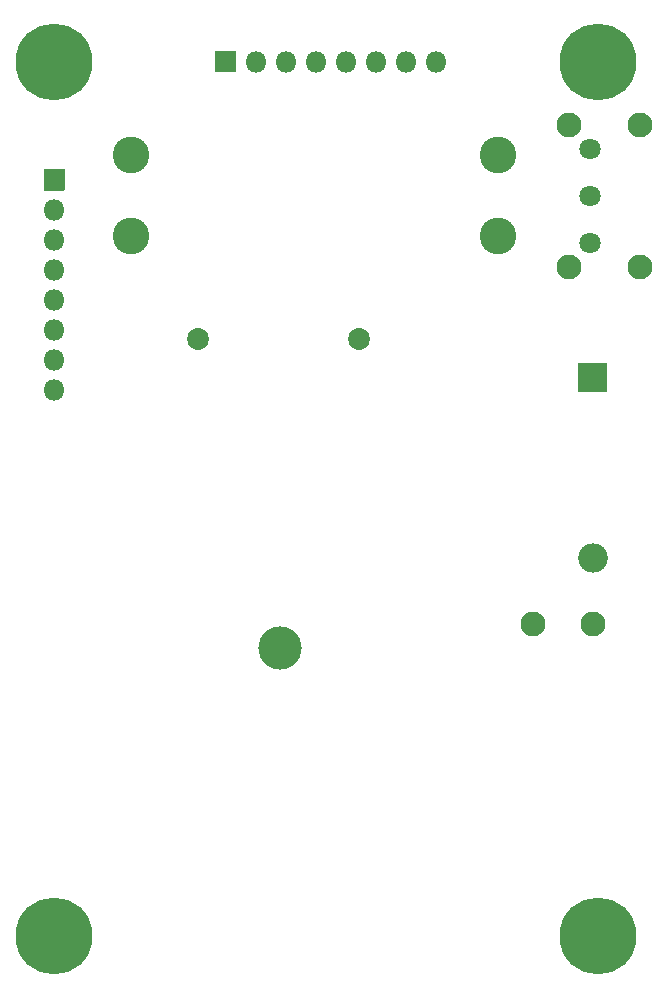
<source format=gbs>
G04 #@! TF.GenerationSoftware,KiCad,Pcbnew,5.1.9+dfsg1-1*
G04 #@! TF.CreationDate,2022-06-11T22:33:11-07:00*
G04 #@! TF.ProjectId,keygame-batpack,6b657967-616d-4652-9d62-61747061636b,rev?*
G04 #@! TF.SameCoordinates,Original*
G04 #@! TF.FileFunction,Soldermask,Bot*
G04 #@! TF.FilePolarity,Negative*
%FSLAX46Y46*%
G04 Gerber Fmt 4.6, Leading zero omitted, Abs format (unit mm)*
G04 Created by KiCad (PCBNEW 5.1.9+dfsg1-1) date 2022-06-11 22:33:11*
%MOMM*%
%LPD*%
G01*
G04 APERTURE LIST*
%ADD10C,0.902000*%
%ADD11C,6.502000*%
%ADD12O,1.802000X1.802000*%
%ADD13C,1.857000*%
%ADD14C,3.662000*%
%ADD15C,3.102000*%
%ADD16C,2.102000*%
%ADD17C,1.802000*%
%ADD18O,2.502000X2.502000*%
G04 APERTURE END LIST*
D10*
G04 #@! TO.C,H1*
X126137056Y-57962944D03*
X124440000Y-57260000D03*
X122742944Y-57962944D03*
X122040000Y-59660000D03*
X122742944Y-61357056D03*
X124440000Y-62060000D03*
X126137056Y-61357056D03*
X126840000Y-59660000D03*
D11*
X124440000Y-59660000D03*
G04 #@! TD*
G04 #@! TO.C,H2*
X170440000Y-59660000D03*
D10*
X172840000Y-59660000D03*
X172137056Y-61357056D03*
X170440000Y-62060000D03*
X168742944Y-61357056D03*
X168040000Y-59660000D03*
X168742944Y-57962944D03*
X170440000Y-57260000D03*
X172137056Y-57962944D03*
G04 #@! TD*
G04 #@! TO.C,H3*
X126137056Y-131962944D03*
X124440000Y-131260000D03*
X122742944Y-131962944D03*
X122040000Y-133660000D03*
X122742944Y-135357056D03*
X124440000Y-136060000D03*
X126137056Y-135357056D03*
X126840000Y-133660000D03*
D11*
X124440000Y-133660000D03*
G04 #@! TD*
G04 #@! TO.C,H4*
X170440000Y-133660000D03*
D10*
X172840000Y-133660000D03*
X172137056Y-135357056D03*
X170440000Y-136060000D03*
X168742944Y-135357056D03*
X168040000Y-133660000D03*
X168742944Y-131962944D03*
X170440000Y-131260000D03*
X172137056Y-131962944D03*
G04 #@! TD*
G04 #@! TO.C,J1*
G36*
G01*
X139790000Y-60561000D02*
X138090000Y-60561000D01*
G75*
G02*
X138039000Y-60510000I0J51000D01*
G01*
X138039000Y-58810000D01*
G75*
G02*
X138090000Y-58759000I51000J0D01*
G01*
X139790000Y-58759000D01*
G75*
G02*
X139841000Y-58810000I0J-51000D01*
G01*
X139841000Y-60510000D01*
G75*
G02*
X139790000Y-60561000I-51000J0D01*
G01*
G37*
D12*
X141480000Y-59660000D03*
X144020000Y-59660000D03*
X146560000Y-59660000D03*
X149100000Y-59660000D03*
X151640000Y-59660000D03*
X154180000Y-59660000D03*
X156720000Y-59660000D03*
G04 #@! TD*
G04 #@! TO.C,J2*
G36*
G01*
X123539000Y-70510000D02*
X123539000Y-68810000D01*
G75*
G02*
X123590000Y-68759000I51000J0D01*
G01*
X125290000Y-68759000D01*
G75*
G02*
X125341000Y-68810000I0J-51000D01*
G01*
X125341000Y-70510000D01*
G75*
G02*
X125290000Y-70561000I-51000J0D01*
G01*
X123590000Y-70561000D01*
G75*
G02*
X123539000Y-70510000I0J51000D01*
G01*
G37*
X124440000Y-72200000D03*
X124440000Y-74740000D03*
X124440000Y-77280000D03*
X124440000Y-79820000D03*
X124440000Y-82360000D03*
X124440000Y-84900000D03*
X124440000Y-87440000D03*
G04 #@! TD*
D13*
G04 #@! TO.C,BT1*
X150210000Y-83140000D03*
X136620000Y-83140000D03*
D14*
X143580000Y-109300000D03*
G04 #@! TD*
D15*
G04 #@! TO.C,J3*
X162030000Y-67560000D03*
X162030000Y-74440000D03*
X130970000Y-74440000D03*
X130970000Y-67560000D03*
G04 #@! TD*
D16*
G04 #@! TO.C,F1*
X170020000Y-107240000D03*
X164940000Y-107230000D03*
G04 #@! TD*
G04 #@! TO.C,SW1*
X168050000Y-77000000D03*
X168050000Y-65000000D03*
X174050000Y-65000000D03*
X174050000Y-77000000D03*
D17*
X169800000Y-75000000D03*
X169800000Y-71000000D03*
X169800000Y-67000000D03*
G04 #@! TD*
G04 #@! TO.C,D1*
G36*
G01*
X168820000Y-85149000D02*
X171220000Y-85149000D01*
G75*
G02*
X171271000Y-85200000I0J-51000D01*
G01*
X171271000Y-87600000D01*
G75*
G02*
X171220000Y-87651000I-51000J0D01*
G01*
X168820000Y-87651000D01*
G75*
G02*
X168769000Y-87600000I0J51000D01*
G01*
X168769000Y-85200000D01*
G75*
G02*
X168820000Y-85149000I51000J0D01*
G01*
G37*
D18*
X170020000Y-101640000D03*
G04 #@! TD*
M02*

</source>
